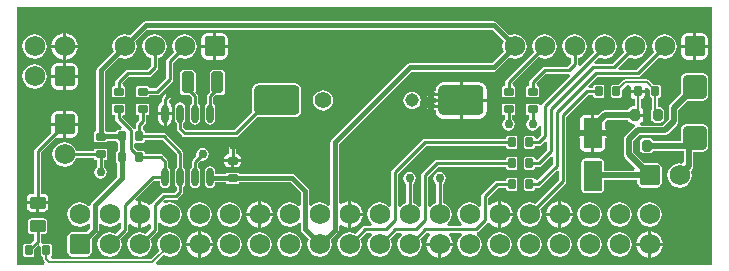
<source format=gtl>
G04 Layer_Physical_Order=1*
G04 Layer_Color=255*
%FSLAX25Y25*%
%MOIN*%
G70*
G01*
G75*
G04:AMPARAMS|DCode=10|XSize=25.59mil|YSize=33.47mil|CornerRadius=3.2mil|HoleSize=0mil|Usage=FLASHONLY|Rotation=180.000|XOffset=0mil|YOffset=0mil|HoleType=Round|Shape=RoundedRectangle|*
%AMROUNDEDRECTD10*
21,1,0.02559,0.02707,0,0,180.0*
21,1,0.01919,0.03347,0,0,180.0*
1,1,0.00640,-0.00960,0.01353*
1,1,0.00640,0.00960,0.01353*
1,1,0.00640,0.00960,-0.01353*
1,1,0.00640,-0.00960,-0.01353*
%
%ADD10ROUNDEDRECTD10*%
G04:AMPARAMS|DCode=11|XSize=39.37mil|YSize=51.18mil|CornerRadius=4.92mil|HoleSize=0mil|Usage=FLASHONLY|Rotation=270.000|XOffset=0mil|YOffset=0mil|HoleType=Round|Shape=RoundedRectangle|*
%AMROUNDEDRECTD11*
21,1,0.03937,0.04134,0,0,270.0*
21,1,0.02953,0.05118,0,0,270.0*
1,1,0.00984,-0.02067,-0.01476*
1,1,0.00984,-0.02067,0.01476*
1,1,0.00984,0.02067,0.01476*
1,1,0.00984,0.02067,-0.01476*
%
%ADD11ROUNDEDRECTD11*%
G04:AMPARAMS|DCode=12|XSize=25.59mil|YSize=33.47mil|CornerRadius=3.2mil|HoleSize=0mil|Usage=FLASHONLY|Rotation=270.000|XOffset=0mil|YOffset=0mil|HoleType=Round|Shape=RoundedRectangle|*
%AMROUNDEDRECTD12*
21,1,0.02559,0.02707,0,0,270.0*
21,1,0.01919,0.03347,0,0,270.0*
1,1,0.00640,-0.01353,-0.00960*
1,1,0.00640,-0.01353,0.00960*
1,1,0.00640,0.01353,0.00960*
1,1,0.00640,0.01353,-0.00960*
%
%ADD12ROUNDEDRECTD12*%
G04:AMPARAMS|DCode=13|XSize=39.37mil|YSize=70.87mil|CornerRadius=5.91mil|HoleSize=0mil|Usage=FLASHONLY|Rotation=180.000|XOffset=0mil|YOffset=0mil|HoleType=Round|Shape=RoundedRectangle|*
%AMROUNDEDRECTD13*
21,1,0.03937,0.05905,0,0,180.0*
21,1,0.02756,0.07087,0,0,180.0*
1,1,0.01181,-0.01378,0.02953*
1,1,0.01181,0.01378,0.02953*
1,1,0.01181,0.01378,-0.02953*
1,1,0.01181,-0.01378,-0.02953*
%
%ADD13ROUNDEDRECTD13*%
%ADD14O,0.02362X0.06102*%
G04:AMPARAMS|DCode=15|XSize=150mil|YSize=100mil|CornerRadius=15mil|HoleSize=0mil|Usage=FLASHONLY|Rotation=180.000|XOffset=0mil|YOffset=0mil|HoleType=Round|Shape=RoundedRectangle|*
%AMROUNDEDRECTD15*
21,1,0.15000,0.07000,0,0,180.0*
21,1,0.12000,0.10000,0,0,180.0*
1,1,0.03000,-0.06000,0.03500*
1,1,0.03000,0.06000,0.03500*
1,1,0.03000,0.06000,-0.03500*
1,1,0.03000,-0.06000,-0.03500*
%
%ADD15ROUNDEDRECTD15*%
G04:AMPARAMS|DCode=16|XSize=62.99mil|YSize=102.36mil|CornerRadius=7.87mil|HoleSize=0mil|Usage=FLASHONLY|Rotation=0.000|XOffset=0mil|YOffset=0mil|HoleType=Round|Shape=RoundedRectangle|*
%AMROUNDEDRECTD16*
21,1,0.06299,0.08661,0,0,0.0*
21,1,0.04724,0.10236,0,0,0.0*
1,1,0.01575,0.02362,-0.04331*
1,1,0.01575,-0.02362,-0.04331*
1,1,0.01575,-0.02362,0.04331*
1,1,0.01575,0.02362,0.04331*
%
%ADD16ROUNDEDRECTD16*%
G04:AMPARAMS|DCode=17|XSize=78.74mil|YSize=78.74mil|CornerRadius=11.81mil|HoleSize=0mil|Usage=FLASHONLY|Rotation=270.000|XOffset=0mil|YOffset=0mil|HoleType=Round|Shape=RoundedRectangle|*
%AMROUNDEDRECTD17*
21,1,0.07874,0.05512,0,0,270.0*
21,1,0.05512,0.07874,0,0,270.0*
1,1,0.02362,-0.02756,-0.02756*
1,1,0.02362,-0.02756,0.02756*
1,1,0.02362,0.02756,0.02756*
1,1,0.02362,0.02756,-0.02756*
%
%ADD17ROUNDEDRECTD17*%
G04:AMPARAMS|DCode=18|XSize=31.5mil|YSize=38.19mil|CornerRadius=7.87mil|HoleSize=0mil|Usage=FLASHONLY|Rotation=0.000|XOffset=0mil|YOffset=0mil|HoleType=Round|Shape=RoundedRectangle|*
%AMROUNDEDRECTD18*
21,1,0.03150,0.02244,0,0,0.0*
21,1,0.01575,0.03819,0,0,0.0*
1,1,0.01575,0.00787,-0.01122*
1,1,0.01575,-0.00787,-0.01122*
1,1,0.01575,-0.00787,0.01122*
1,1,0.01575,0.00787,0.01122*
%
%ADD18ROUNDEDRECTD18*%
%ADD19C,0.02000*%
%ADD20C,0.01000*%
%ADD21C,0.01500*%
%ADD22C,0.00800*%
%ADD23C,0.06800*%
G04:AMPARAMS|DCode=24|XSize=68mil|YSize=68mil|CornerRadius=10.2mil|HoleSize=0mil|Usage=FLASHONLY|Rotation=270.000|XOffset=0mil|YOffset=0mil|HoleType=Round|Shape=RoundedRectangle|*
%AMROUNDEDRECTD24*
21,1,0.06800,0.04760,0,0,270.0*
21,1,0.04760,0.06800,0,0,270.0*
1,1,0.02040,-0.02380,-0.02380*
1,1,0.02040,-0.02380,0.02380*
1,1,0.02040,0.02380,0.02380*
1,1,0.02040,0.02380,-0.02380*
%
%ADD24ROUNDEDRECTD24*%
G04:AMPARAMS|DCode=25|XSize=68mil|YSize=68mil|CornerRadius=10.2mil|HoleSize=0mil|Usage=FLASHONLY|Rotation=180.000|XOffset=0mil|YOffset=0mil|HoleType=Round|Shape=RoundedRectangle|*
%AMROUNDEDRECTD25*
21,1,0.06800,0.04760,0,0,180.0*
21,1,0.04760,0.06800,0,0,180.0*
1,1,0.02040,-0.02380,0.02380*
1,1,0.02040,0.02380,0.02380*
1,1,0.02040,0.02380,-0.02380*
1,1,0.02040,-0.02380,-0.02380*
%
%ADD25ROUNDEDRECTD25*%
%ADD26C,0.05500*%
%ADD27C,0.04500*%
%ADD28C,0.03000*%
%ADD29C,0.04000*%
G36*
X233932Y2289D02*
X48972D01*
X48641Y3088D01*
X51036Y5484D01*
X51956Y5103D01*
X53000Y4966D01*
X54044Y5103D01*
X55017Y5506D01*
X55853Y6147D01*
X56494Y6983D01*
X56897Y7956D01*
X57034Y9000D01*
X56897Y10044D01*
X56494Y11017D01*
X55853Y11853D01*
X55017Y12494D01*
X54044Y12897D01*
X53000Y13035D01*
X51956Y12897D01*
X50983Y12494D01*
X50147Y11853D01*
X49506Y11017D01*
X49103Y10044D01*
X48965Y9000D01*
X49103Y7956D01*
X49506Y6983D01*
X49569Y6901D01*
X46763Y4094D01*
X13993D01*
X13546Y4867D01*
X13576Y4984D01*
X13779Y5288D01*
X13850Y5647D01*
Y8353D01*
X13779Y8712D01*
X13576Y9016D01*
X13271Y9220D01*
X12912Y9291D01*
X10993D01*
X10736Y9240D01*
X10365Y9521D01*
X10096Y9822D01*
X10122Y9953D01*
Y12473D01*
X11067D01*
X11493Y12558D01*
X11854Y12799D01*
X12096Y13160D01*
X12180Y13587D01*
Y16539D01*
X12096Y16965D01*
X11854Y17327D01*
X11493Y17568D01*
X11067Y17653D01*
X6933D01*
X6507Y17568D01*
X6146Y17327D01*
X5904Y16965D01*
X5820Y16539D01*
Y13587D01*
X5904Y13160D01*
X6146Y12799D01*
X6507Y12558D01*
X6933Y12473D01*
X7878D01*
Y10417D01*
X6752Y9291D01*
X5088D01*
X4729Y9220D01*
X4424Y9016D01*
X4221Y8712D01*
X4150Y8353D01*
Y5647D01*
X4221Y5288D01*
X4424Y4983D01*
X4729Y4780D01*
X5088Y4709D01*
X7007D01*
X7366Y4780D01*
X7670Y4983D01*
X7873Y5288D01*
X7945Y5647D01*
Y7311D01*
X9302Y8669D01*
X9911Y8414D01*
X10055Y8291D01*
Y5647D01*
X10127Y5288D01*
X10330Y4983D01*
X10634Y4780D01*
X10933Y4721D01*
Y4047D01*
X11011Y3657D01*
X11232Y3326D01*
X11470Y3088D01*
X11138Y2289D01*
X2289D01*
Y88263D01*
X233932D01*
Y2289D01*
D02*
G37*
%LPC*%
G36*
X213000Y23034D02*
X211956Y22897D01*
X210983Y22494D01*
X210147Y21853D01*
X209506Y21017D01*
X209103Y20044D01*
X208965Y19000D01*
X209103Y17956D01*
X209506Y16983D01*
X210147Y16147D01*
X210983Y15506D01*
X211956Y15103D01*
X213000Y14965D01*
X214044Y15103D01*
X215017Y15506D01*
X215853Y16147D01*
X216494Y16983D01*
X216897Y17956D01*
X217035Y19000D01*
X216897Y20044D01*
X216494Y21017D01*
X215853Y21853D01*
X215017Y22494D01*
X214044Y22897D01*
X213000Y23034D01*
D02*
G37*
G36*
X82500Y23372D02*
X81851Y23287D01*
X80781Y22843D01*
X79862Y22138D01*
X79157Y21219D01*
X78713Y20149D01*
X78628Y19500D01*
X82500D01*
Y23372D01*
D02*
G37*
G36*
X113500D02*
Y19500D01*
X117372D01*
X117287Y20149D01*
X116843Y21219D01*
X116138Y22138D01*
X115219Y22843D01*
X114149Y23287D01*
X113500Y23372D01*
D02*
G37*
G36*
X83500D02*
Y19500D01*
X87372D01*
X87287Y20149D01*
X86843Y21219D01*
X86138Y22138D01*
X85219Y22843D01*
X84149Y23287D01*
X83500Y23372D01*
D02*
G37*
G36*
X203000Y23034D02*
X201956Y22897D01*
X200983Y22494D01*
X200147Y21853D01*
X199506Y21017D01*
X199103Y20044D01*
X198966Y19000D01*
X199103Y17956D01*
X199506Y16983D01*
X200147Y16147D01*
X200983Y15506D01*
X201956Y15103D01*
X203000Y14965D01*
X204044Y15103D01*
X205017Y15506D01*
X205853Y16147D01*
X206494Y16983D01*
X206897Y17956D01*
X207034Y19000D01*
X206897Y20044D01*
X206494Y21017D01*
X205853Y21853D01*
X205017Y22494D01*
X204044Y22897D01*
X203000Y23034D01*
D02*
G37*
G36*
X187372Y18500D02*
X183500D01*
Y14628D01*
X184149Y14713D01*
X185219Y15157D01*
X186138Y15862D01*
X186843Y16781D01*
X187287Y17851D01*
X187372Y18500D01*
D02*
G37*
G36*
X182500D02*
X178628D01*
X178713Y17851D01*
X179157Y16781D01*
X179862Y15862D01*
X180781Y15157D01*
X181851Y14713D01*
X182500Y14628D01*
Y18500D01*
D02*
G37*
G36*
X63000Y23034D02*
X61956Y22897D01*
X60983Y22494D01*
X60147Y21853D01*
X59506Y21017D01*
X59103Y20044D01*
X58965Y19000D01*
X59103Y17956D01*
X59506Y16983D01*
X60147Y16147D01*
X60983Y15506D01*
X61956Y15103D01*
X63000Y14965D01*
X64044Y15103D01*
X65017Y15506D01*
X65853Y16147D01*
X66494Y16983D01*
X66897Y17956D01*
X67035Y19000D01*
X66897Y20044D01*
X66494Y21017D01*
X65853Y21853D01*
X65017Y22494D01*
X64044Y22897D01*
X63000Y23034D01*
D02*
G37*
G36*
X193000D02*
X191956Y22897D01*
X190983Y22494D01*
X190147Y21853D01*
X189506Y21017D01*
X189103Y20044D01*
X188965Y19000D01*
X189103Y17956D01*
X189506Y16983D01*
X190147Y16147D01*
X190983Y15506D01*
X191956Y15103D01*
X193000Y14965D01*
X194044Y15103D01*
X195017Y15506D01*
X195853Y16147D01*
X196494Y16983D01*
X196897Y17956D01*
X197035Y19000D01*
X196897Y20044D01*
X196494Y21017D01*
X195853Y21853D01*
X195017Y22494D01*
X194044Y22897D01*
X193000Y23034D01*
D02*
G37*
G36*
X73000D02*
X71956Y22897D01*
X70983Y22494D01*
X70147Y21853D01*
X69506Y21017D01*
X69103Y20044D01*
X68966Y19000D01*
X69103Y17956D01*
X69506Y16983D01*
X70147Y16147D01*
X70983Y15506D01*
X71956Y15103D01*
X73000Y14965D01*
X74044Y15103D01*
X75017Y15506D01*
X75853Y16147D01*
X76494Y16983D01*
X76897Y17956D01*
X77034Y19000D01*
X76897Y20044D01*
X76494Y21017D01*
X75853Y21853D01*
X75017Y22494D01*
X74044Y22897D01*
X73000Y23034D01*
D02*
G37*
G36*
X163500Y23372D02*
Y19500D01*
X167372D01*
X167287Y20149D01*
X166843Y21219D01*
X166138Y22138D01*
X165219Y22843D01*
X164149Y23287D01*
X163500Y23372D01*
D02*
G37*
G36*
X76699Y36453D02*
X74500D01*
Y34647D01*
X75353D01*
X75868Y34750D01*
X76305Y35041D01*
X76597Y35478D01*
X76699Y35993D01*
Y36453D01*
D02*
G37*
G36*
X73500D02*
X71301D01*
Y35993D01*
X71403Y35478D01*
X71695Y35041D01*
X72132Y34750D01*
X72647Y34647D01*
X73500D01*
Y36453D01*
D02*
G37*
G36*
X64000Y41141D02*
X63181Y40978D01*
X62486Y40514D01*
X62022Y39819D01*
X61859Y39000D01*
X61951Y38537D01*
X60707Y37293D01*
X60464Y36929D01*
X60378Y36500D01*
X60378Y36500D01*
Y34633D01*
X60216Y34524D01*
X59822Y33935D01*
X59684Y33240D01*
Y29500D01*
X59822Y28805D01*
X60216Y28216D01*
X60805Y27822D01*
X61500Y27684D01*
X62195Y27822D01*
X62784Y28216D01*
X63178Y28805D01*
X63316Y29500D01*
Y33240D01*
X63178Y33935D01*
X62784Y34524D01*
X62622Y34633D01*
Y36035D01*
X63537Y36951D01*
X64000Y36859D01*
X64819Y37022D01*
X65514Y37486D01*
X65978Y38181D01*
X66141Y39000D01*
X65978Y39819D01*
X65514Y40514D01*
X64819Y40978D01*
X64000Y41141D01*
D02*
G37*
G36*
X193500Y52240D02*
X191638D01*
X190940Y52101D01*
X190349Y51706D01*
X189954Y51115D01*
X189815Y50417D01*
Y47631D01*
X188000D01*
X187376Y47507D01*
X186846Y47153D01*
X186493Y46624D01*
X186369Y46000D01*
X186493Y45376D01*
X186846Y44846D01*
X187376Y44493D01*
X188000Y44369D01*
X189815D01*
Y41756D01*
X189954Y41058D01*
X190349Y40467D01*
X190940Y40072D01*
X191638Y39933D01*
X193500D01*
Y46087D01*
Y52240D01*
D02*
G37*
G36*
X74000Y43122D02*
X73571Y43036D01*
X73207Y42793D01*
X72964Y42429D01*
X72878Y42000D01*
Y39258D01*
X72647D01*
X72132Y39156D01*
X71695Y38864D01*
X71403Y38427D01*
X71301Y37912D01*
Y37453D01*
X74000D01*
X76699D01*
Y37912D01*
X76597Y38427D01*
X76305Y38864D01*
X75868Y39156D01*
X75353Y39258D01*
X75122D01*
Y42000D01*
X75036Y42429D01*
X74793Y42793D01*
X74429Y43036D01*
X74000Y43122D01*
D02*
G37*
G36*
X183500Y23372D02*
Y19500D01*
X187372D01*
X187287Y20149D01*
X186843Y21219D01*
X186138Y22138D01*
X185219Y22843D01*
X184149Y23287D01*
X183500Y23372D01*
D02*
G37*
G36*
X182500D02*
X181851Y23287D01*
X180781Y22843D01*
X179862Y22138D01*
X179157Y21219D01*
X178713Y20149D01*
X178628Y19500D01*
X182500D01*
Y23372D01*
D02*
G37*
G36*
X8500Y22437D02*
X5412D01*
Y21461D01*
X5528Y20878D01*
X5857Y20385D01*
X6351Y20055D01*
X6933Y19939D01*
X8500D01*
Y22437D01*
D02*
G37*
G36*
X18000Y43034D02*
X16956Y42897D01*
X15983Y42494D01*
X15147Y41853D01*
X14506Y41017D01*
X14103Y40044D01*
X13965Y39000D01*
X14103Y37956D01*
X14506Y36983D01*
X15147Y36147D01*
X15983Y35506D01*
X16956Y35103D01*
X18000Y34966D01*
X19044Y35103D01*
X20017Y35506D01*
X20853Y36147D01*
X21494Y36983D01*
X21865Y37878D01*
X27750D01*
X27780Y37729D01*
X27983Y37424D01*
X28288Y37221D01*
X28647Y37150D01*
X28878D01*
Y34776D01*
X28486Y34514D01*
X28022Y33819D01*
X27859Y33000D01*
X28022Y32181D01*
X28486Y31486D01*
X29181Y31022D01*
X30000Y30859D01*
X30819Y31022D01*
X31514Y31486D01*
X31978Y32181D01*
X32141Y33000D01*
X31978Y33819D01*
X31514Y34514D01*
X31122Y34776D01*
Y37150D01*
X31353D01*
X31712Y37221D01*
X32017Y37424D01*
X32220Y37729D01*
X32291Y38088D01*
Y40007D01*
X32220Y40366D01*
X32017Y40670D01*
X31712Y40873D01*
X31353Y40945D01*
X28647D01*
X28288Y40873D01*
X27983Y40670D01*
X27780Y40366D01*
X27731Y40122D01*
X21865D01*
X21494Y41017D01*
X20853Y41853D01*
X20017Y42494D01*
X19044Y42897D01*
X18000Y43034D01*
D02*
G37*
G36*
X12588Y22437D02*
X9500D01*
Y19939D01*
X11067D01*
X11649Y20055D01*
X12143Y20385D01*
X12472Y20878D01*
X12588Y21461D01*
Y22437D01*
D02*
G37*
G36*
X167372Y18500D02*
X163500D01*
Y14628D01*
X164149Y14713D01*
X165219Y15157D01*
X166138Y15862D01*
X166843Y16781D01*
X167287Y17851D01*
X167372Y18500D01*
D02*
G37*
G36*
X73000Y13035D02*
X71956Y12897D01*
X70983Y12494D01*
X70147Y11853D01*
X69506Y11017D01*
X69103Y10044D01*
X68966Y9000D01*
X69103Y7956D01*
X69506Y6983D01*
X70147Y6147D01*
X70983Y5506D01*
X71956Y5103D01*
X73000Y4966D01*
X74044Y5103D01*
X75017Y5506D01*
X75853Y6147D01*
X76494Y6983D01*
X76897Y7956D01*
X77034Y9000D01*
X76897Y10044D01*
X76494Y11017D01*
X75853Y11853D01*
X75017Y12494D01*
X74044Y12897D01*
X73000Y13035D01*
D02*
G37*
G36*
X217372Y8500D02*
X213500D01*
Y4628D01*
X214149Y4713D01*
X215219Y5157D01*
X216138Y5862D01*
X216843Y6781D01*
X217287Y7851D01*
X217372Y8500D01*
D02*
G37*
G36*
X83000Y13035D02*
X81956Y12897D01*
X80983Y12494D01*
X80147Y11853D01*
X79506Y11017D01*
X79103Y10044D01*
X78966Y9000D01*
X79103Y7956D01*
X79506Y6983D01*
X80147Y6147D01*
X80983Y5506D01*
X81956Y5103D01*
X83000Y4966D01*
X84044Y5103D01*
X85017Y5506D01*
X85853Y6147D01*
X86494Y6983D01*
X86897Y7956D01*
X87034Y9000D01*
X86897Y10044D01*
X86494Y11017D01*
X85853Y11853D01*
X85017Y12494D01*
X84044Y12897D01*
X83000Y13035D01*
D02*
G37*
G36*
X163000D02*
X161956Y12897D01*
X160983Y12494D01*
X160147Y11853D01*
X159506Y11017D01*
X159103Y10044D01*
X158966Y9000D01*
X159103Y7956D01*
X159506Y6983D01*
X160147Y6147D01*
X160983Y5506D01*
X161956Y5103D01*
X163000Y4966D01*
X164044Y5103D01*
X165017Y5506D01*
X165853Y6147D01*
X166494Y6983D01*
X166897Y7956D01*
X167034Y9000D01*
X166897Y10044D01*
X166494Y11017D01*
X165853Y11853D01*
X165017Y12494D01*
X164044Y12897D01*
X163000Y13035D01*
D02*
G37*
G36*
X93000D02*
X91956Y12897D01*
X90983Y12494D01*
X90147Y11853D01*
X89506Y11017D01*
X89103Y10044D01*
X88965Y9000D01*
X89103Y7956D01*
X89506Y6983D01*
X90147Y6147D01*
X90983Y5506D01*
X91956Y5103D01*
X93000Y4966D01*
X94044Y5103D01*
X95017Y5506D01*
X95853Y6147D01*
X96494Y6983D01*
X96897Y7956D01*
X97035Y9000D01*
X96897Y10044D01*
X96494Y11017D01*
X95853Y11853D01*
X95017Y12494D01*
X94044Y12897D01*
X93000Y13035D01*
D02*
G37*
G36*
X67372Y8500D02*
X63500D01*
Y4628D01*
X64149Y4713D01*
X65219Y5157D01*
X66138Y5862D01*
X66843Y6781D01*
X67287Y7851D01*
X67372Y8500D01*
D02*
G37*
G36*
X62500D02*
X58628D01*
X58713Y7851D01*
X59157Y6781D01*
X59862Y5862D01*
X60781Y5157D01*
X61851Y4713D01*
X62500Y4628D01*
Y8500D01*
D02*
G37*
G36*
X142500D02*
X138628D01*
X138713Y7851D01*
X139157Y6781D01*
X139862Y5862D01*
X140781Y5157D01*
X141851Y4713D01*
X142500Y4628D01*
Y8500D01*
D02*
G37*
G36*
X212500D02*
X208628D01*
X208713Y7851D01*
X209157Y6781D01*
X209862Y5862D01*
X210781Y5157D01*
X211851Y4713D01*
X212500Y4628D01*
Y8500D01*
D02*
G37*
G36*
X147372D02*
X143500D01*
Y4628D01*
X144149Y4713D01*
X145219Y5157D01*
X146138Y5862D01*
X146843Y6781D01*
X147287Y7851D01*
X147372Y8500D01*
D02*
G37*
G36*
X173000Y13035D02*
X171956Y12897D01*
X170983Y12494D01*
X170147Y11853D01*
X169506Y11017D01*
X169103Y10044D01*
X168965Y9000D01*
X169103Y7956D01*
X169506Y6983D01*
X170147Y6147D01*
X170983Y5506D01*
X171956Y5103D01*
X173000Y4966D01*
X174044Y5103D01*
X175017Y5506D01*
X175853Y6147D01*
X176494Y6983D01*
X176897Y7956D01*
X177034Y9000D01*
X176897Y10044D01*
X176494Y11017D01*
X175853Y11853D01*
X175017Y12494D01*
X174044Y12897D01*
X173000Y13035D01*
D02*
G37*
G36*
X213500Y13372D02*
Y9500D01*
X217372D01*
X217287Y10149D01*
X216843Y11219D01*
X216138Y12138D01*
X215219Y12843D01*
X214149Y13287D01*
X213500Y13372D01*
D02*
G37*
G36*
X212500D02*
X211851Y13287D01*
X210781Y12843D01*
X209862Y12138D01*
X209157Y11219D01*
X208713Y10149D01*
X208628Y9500D01*
X212500D01*
Y13372D01*
D02*
G37*
G36*
X82500Y18500D02*
X78628D01*
X78713Y17851D01*
X79157Y16781D01*
X79862Y15862D01*
X80781Y15157D01*
X81851Y14713D01*
X82500Y14628D01*
Y18500D01*
D02*
G37*
G36*
X117372D02*
X113500D01*
Y14628D01*
X114149Y14713D01*
X115219Y15157D01*
X116138Y15862D01*
X116843Y16781D01*
X117287Y17851D01*
X117372Y18500D01*
D02*
G37*
G36*
X87372D02*
X83500D01*
Y14628D01*
X84149Y14713D01*
X85219Y15157D01*
X86138Y15862D01*
X86843Y16781D01*
X87287Y17851D01*
X87372Y18500D01*
D02*
G37*
G36*
X193000Y13035D02*
X191956Y12897D01*
X190983Y12494D01*
X190147Y11853D01*
X189506Y11017D01*
X189103Y10044D01*
X188965Y9000D01*
X189103Y7956D01*
X189506Y6983D01*
X190147Y6147D01*
X190983Y5506D01*
X191956Y5103D01*
X193000Y4966D01*
X194044Y5103D01*
X195017Y5506D01*
X195853Y6147D01*
X196494Y6983D01*
X196897Y7956D01*
X197035Y9000D01*
X196897Y10044D01*
X196494Y11017D01*
X195853Y11853D01*
X195017Y12494D01*
X194044Y12897D01*
X193000Y13035D01*
D02*
G37*
G36*
X183000D02*
X181956Y12897D01*
X180983Y12494D01*
X180147Y11853D01*
X179506Y11017D01*
X179103Y10044D01*
X178965Y9000D01*
X179103Y7956D01*
X179506Y6983D01*
X180147Y6147D01*
X180983Y5506D01*
X181956Y5103D01*
X183000Y4966D01*
X184044Y5103D01*
X185017Y5506D01*
X185853Y6147D01*
X186494Y6983D01*
X186897Y7956D01*
X187034Y9000D01*
X186897Y10044D01*
X186494Y11017D01*
X185853Y11853D01*
X185017Y12494D01*
X184044Y12897D01*
X183000Y13035D01*
D02*
G37*
G36*
X203000D02*
X201956Y12897D01*
X200983Y12494D01*
X200147Y11853D01*
X199506Y11017D01*
X199103Y10044D01*
X198966Y9000D01*
X199103Y7956D01*
X199506Y6983D01*
X200147Y6147D01*
X200983Y5506D01*
X201956Y5103D01*
X203000Y4966D01*
X204044Y5103D01*
X205017Y5506D01*
X205853Y6147D01*
X206494Y6983D01*
X206897Y7956D01*
X207034Y9000D01*
X206897Y10044D01*
X206494Y11017D01*
X205853Y11853D01*
X205017Y12494D01*
X204044Y12897D01*
X203000Y13035D01*
D02*
G37*
G36*
X63500Y13372D02*
Y9500D01*
X67372D01*
X67287Y10149D01*
X66843Y11219D01*
X66138Y12138D01*
X65219Y12843D01*
X64149Y13287D01*
X63500Y13372D01*
D02*
G37*
G36*
X62500D02*
X61851Y13287D01*
X60781Y12843D01*
X59862Y12138D01*
X59157Y11219D01*
X58713Y10149D01*
X58628Y9500D01*
X62500D01*
Y13372D01*
D02*
G37*
G36*
X227500Y74500D02*
X223560D01*
Y72620D01*
X223717Y71832D01*
X224164Y71164D01*
X224832Y70717D01*
X225620Y70560D01*
X227500D01*
Y74500D01*
D02*
G37*
G36*
X72440D02*
X68500D01*
Y70560D01*
X70380D01*
X71168Y70717D01*
X71836Y71164D01*
X72283Y71832D01*
X72440Y72620D01*
Y74500D01*
D02*
G37*
G36*
X232440D02*
X228500D01*
Y70560D01*
X230380D01*
X231168Y70717D01*
X231836Y71164D01*
X232283Y71832D01*
X232440Y72620D01*
Y74500D01*
D02*
G37*
G36*
X22372D02*
X18500D01*
Y70628D01*
X19149Y70713D01*
X20219Y71157D01*
X21138Y71862D01*
X21843Y72781D01*
X22287Y73851D01*
X22372Y74500D01*
D02*
G37*
G36*
X17500D02*
X13628D01*
X13713Y73851D01*
X14157Y72781D01*
X14862Y71862D01*
X15781Y71157D01*
X16851Y70713D01*
X17500Y70628D01*
Y74500D01*
D02*
G37*
G36*
X67500D02*
X63560D01*
Y72620D01*
X63717Y71832D01*
X64164Y71164D01*
X64832Y70717D01*
X65620Y70560D01*
X67500D01*
Y74500D01*
D02*
G37*
G36*
X8000Y69034D02*
X6956Y68897D01*
X5983Y68494D01*
X5147Y67853D01*
X4506Y67017D01*
X4103Y66044D01*
X3965Y65000D01*
X4103Y63956D01*
X4506Y62983D01*
X5147Y62147D01*
X5983Y61506D01*
X6956Y61103D01*
X8000Y60966D01*
X9044Y61103D01*
X10017Y61506D01*
X10853Y62147D01*
X11494Y62983D01*
X11897Y63956D01*
X12034Y65000D01*
X11897Y66044D01*
X11494Y67017D01*
X10853Y67853D01*
X10017Y68494D01*
X9044Y68897D01*
X8000Y69034D01*
D02*
G37*
G36*
X22440Y64500D02*
X18500D01*
Y60560D01*
X20380D01*
X21168Y60717D01*
X21836Y61164D01*
X22283Y61832D01*
X22440Y62620D01*
Y64500D01*
D02*
G37*
G36*
X17500Y69440D02*
X15620D01*
X14832Y69283D01*
X14164Y68836D01*
X13717Y68168D01*
X13560Y67380D01*
Y65500D01*
X17500D01*
Y69440D01*
D02*
G37*
G36*
X48000Y79035D02*
X46956Y78897D01*
X45983Y78494D01*
X45147Y77853D01*
X44506Y77017D01*
X44103Y76044D01*
X43966Y75000D01*
X44103Y73956D01*
X44506Y72983D01*
X45147Y72147D01*
X45983Y71506D01*
X46878Y71135D01*
Y68465D01*
X45535Y67122D01*
X39000D01*
X39000Y67122D01*
X38571Y67036D01*
X38207Y66793D01*
X35207Y63793D01*
X34964Y63429D01*
X34878Y63000D01*
X34878Y63000D01*
Y61850D01*
X34647D01*
X34288Y61779D01*
X33983Y61576D01*
X33780Y61271D01*
X33709Y60912D01*
Y58993D01*
X33780Y58634D01*
X33983Y58330D01*
X34288Y58127D01*
X34647Y58055D01*
X37353D01*
X37712Y58127D01*
X38017Y58330D01*
X38220Y58634D01*
X38291Y58993D01*
Y60912D01*
X38220Y61271D01*
X38017Y61576D01*
X37712Y61779D01*
X37384Y61844D01*
X37330Y62010D01*
X37236Y62650D01*
X39465Y64878D01*
X46000D01*
X46000Y64878D01*
X46429Y64964D01*
X46793Y65207D01*
X48793Y67207D01*
X48793Y67207D01*
X49036Y67571D01*
X49122Y68000D01*
X49122Y68000D01*
Y71135D01*
X50017Y71506D01*
X50853Y72147D01*
X51494Y72983D01*
X51897Y73956D01*
X52034Y75000D01*
X51897Y76044D01*
X51494Y77017D01*
X50853Y77853D01*
X50017Y78494D01*
X49044Y78897D01*
X48000Y79035D01*
D02*
G37*
G36*
X20380Y69440D02*
X18500D01*
Y65500D01*
X22440D01*
Y67380D01*
X22283Y68168D01*
X21836Y68836D01*
X21168Y69283D01*
X20380Y69440D01*
D02*
G37*
G36*
X17500Y79372D02*
X16851Y79287D01*
X15781Y78843D01*
X14862Y78138D01*
X14157Y77219D01*
X13713Y76149D01*
X13628Y75500D01*
X17500D01*
Y79372D01*
D02*
G37*
G36*
X67500Y79440D02*
X65620D01*
X64832Y79283D01*
X64164Y78836D01*
X63717Y78168D01*
X63560Y77380D01*
Y75500D01*
X67500D01*
Y79440D01*
D02*
G37*
G36*
X230380D02*
X228500D01*
Y75500D01*
X232440D01*
Y77380D01*
X232283Y78168D01*
X231836Y78836D01*
X231168Y79283D01*
X230380Y79440D01*
D02*
G37*
G36*
X18500Y79372D02*
Y75500D01*
X22372D01*
X22287Y76149D01*
X21843Y77219D01*
X21138Y78138D01*
X20219Y78843D01*
X19149Y79287D01*
X18500Y79372D01*
D02*
G37*
G36*
X70380Y79440D02*
X68500D01*
Y75500D01*
X72440D01*
Y77380D01*
X72283Y78168D01*
X71836Y78836D01*
X71168Y79283D01*
X70380Y79440D01*
D02*
G37*
G36*
X227500D02*
X225620D01*
X224832Y79283D01*
X224164Y78836D01*
X223717Y78168D01*
X223560Y77380D01*
Y75500D01*
X227500D01*
Y79440D01*
D02*
G37*
G36*
X58000Y79035D02*
X56956Y78897D01*
X55983Y78494D01*
X55147Y77853D01*
X54506Y77017D01*
X54103Y76044D01*
X53966Y75000D01*
X54103Y73956D01*
X54474Y73060D01*
X52207Y70793D01*
X51964Y70429D01*
X51878Y70000D01*
X51878Y70000D01*
Y64465D01*
X48488Y61074D01*
X46259D01*
X46220Y61271D01*
X46017Y61576D01*
X45712Y61779D01*
X45353Y61850D01*
X42647D01*
X42288Y61779D01*
X41983Y61576D01*
X41780Y61271D01*
X41709Y60912D01*
Y58993D01*
X41780Y58634D01*
X41983Y58330D01*
X42288Y58127D01*
X42647Y58055D01*
X45353D01*
X45712Y58127D01*
X46017Y58330D01*
X46220Y58634D01*
X46259Y58831D01*
X48953D01*
X48953Y58831D01*
X49382Y58917D01*
X49746Y59160D01*
X53793Y63207D01*
X53793Y63207D01*
X54036Y63571D01*
X54122Y64000D01*
X54122Y64000D01*
Y69535D01*
X56060Y71474D01*
X56956Y71103D01*
X58000Y70965D01*
X59044Y71103D01*
X60017Y71506D01*
X60853Y72147D01*
X61494Y72983D01*
X61897Y73956D01*
X62034Y75000D01*
X61897Y76044D01*
X61494Y77017D01*
X60853Y77853D01*
X60017Y78494D01*
X59044Y78897D01*
X58000Y79035D01*
D02*
G37*
G36*
X8000D02*
X6956Y78897D01*
X5983Y78494D01*
X5147Y77853D01*
X4506Y77017D01*
X4103Y76044D01*
X3965Y75000D01*
X4103Y73956D01*
X4506Y72983D01*
X5147Y72147D01*
X5983Y71506D01*
X6956Y71103D01*
X8000Y70965D01*
X9044Y71103D01*
X10017Y71506D01*
X10853Y72147D01*
X11494Y72983D01*
X11897Y73956D01*
X12034Y75000D01*
X11897Y76044D01*
X11494Y77017D01*
X10853Y77853D01*
X10017Y78494D01*
X9044Y78897D01*
X8000Y79035D01*
D02*
G37*
G36*
X161000Y83376D02*
X45000D01*
X44473Y83272D01*
X44027Y82973D01*
X44027Y82973D01*
X39685Y78632D01*
X39044Y78897D01*
X38000Y79035D01*
X36956Y78897D01*
X35983Y78494D01*
X35147Y77853D01*
X34506Y77017D01*
X34103Y76044D01*
X33966Y75000D01*
X34103Y73956D01*
X34368Y73315D01*
X29027Y67973D01*
X28728Y67527D01*
X28624Y67000D01*
Y46846D01*
X28288Y46779D01*
X27983Y46576D01*
X27780Y46271D01*
X27709Y45912D01*
Y43993D01*
X27780Y43634D01*
X27983Y43330D01*
X28288Y43127D01*
X28647Y43055D01*
X31353D01*
X31712Y43127D01*
X32017Y43330D01*
X32213Y43624D01*
X35154D01*
X35221Y43288D01*
X35424Y42983D01*
X35671Y42819D01*
Y40181D01*
X35424Y40017D01*
X35221Y39712D01*
X35150Y39353D01*
Y36647D01*
X35221Y36288D01*
X35424Y35983D01*
X35624Y35850D01*
Y31570D01*
X27027Y22973D01*
X26728Y22527D01*
X26649Y22129D01*
X26266Y21942D01*
X25824Y21875D01*
X25017Y22494D01*
X24044Y22897D01*
X23000Y23034D01*
X21956Y22897D01*
X20983Y22494D01*
X20147Y21853D01*
X19506Y21017D01*
X19103Y20044D01*
X18966Y19000D01*
X19103Y17956D01*
X19506Y16983D01*
X20147Y16147D01*
X20983Y15506D01*
X21956Y15103D01*
X23000Y14965D01*
X24044Y15103D01*
X25017Y15506D01*
X25824Y16125D01*
X25960Y16104D01*
X26624Y15837D01*
Y14460D01*
X25195Y13032D01*
X20620D01*
X19988Y12906D01*
X19452Y12548D01*
X19094Y12012D01*
X18968Y11380D01*
Y6620D01*
X19094Y5988D01*
X19452Y5452D01*
X19988Y5094D01*
X20620Y4968D01*
X25380D01*
X26012Y5094D01*
X26548Y5452D01*
X26906Y5988D01*
X27032Y6620D01*
Y10975D01*
X28973Y12916D01*
X28973Y12916D01*
X29272Y13363D01*
X29376Y13890D01*
Y15837D01*
X30040Y16104D01*
X30176Y16125D01*
X30983Y15506D01*
X31956Y15103D01*
X33000Y14965D01*
X34044Y15103D01*
X35017Y15506D01*
X35853Y16147D01*
X36078Y16441D01*
X36878Y16170D01*
Y14354D01*
X35018Y12494D01*
X35017Y12494D01*
X34044Y12897D01*
X33000Y13035D01*
X31956Y12897D01*
X30983Y12494D01*
X30147Y11853D01*
X29506Y11017D01*
X29103Y10044D01*
X28965Y9000D01*
X29103Y7956D01*
X29506Y6983D01*
X30147Y6147D01*
X30983Y5506D01*
X31956Y5103D01*
X33000Y4966D01*
X34044Y5103D01*
X35017Y5506D01*
X35853Y6147D01*
X36494Y6983D01*
X36897Y7956D01*
X37034Y9000D01*
X36897Y10044D01*
X36558Y10862D01*
X38793Y13097D01*
X38793Y13097D01*
X39036Y13461D01*
X39122Y13890D01*
Y15513D01*
X39661Y15767D01*
X39922Y15816D01*
X40781Y15157D01*
X41851Y14713D01*
X42500Y14628D01*
Y19000D01*
Y23372D01*
X42027Y23310D01*
X41692Y23778D01*
X41612Y24026D01*
X47835Y30248D01*
X49684D01*
Y29500D01*
X49822Y28805D01*
X50216Y28216D01*
X50805Y27822D01*
X51500Y27684D01*
X52195Y27822D01*
X52784Y28216D01*
X53178Y28805D01*
X53316Y29500D01*
Y33240D01*
X53178Y33935D01*
X52784Y34524D01*
X52622Y34633D01*
Y36500D01*
X52622Y36500D01*
X52536Y36929D01*
X52293Y37293D01*
X50793Y38793D01*
X50429Y39036D01*
X50000Y39122D01*
X50000Y39122D01*
X44850D01*
Y39353D01*
X44779Y39712D01*
X44576Y40017D01*
X44271Y40220D01*
X43912Y40291D01*
X42248D01*
X41122Y41417D01*
Y42160D01*
X41244Y42309D01*
X41922Y42723D01*
X41993Y42709D01*
X43912D01*
X44271Y42780D01*
X44576Y42983D01*
X44779Y43288D01*
X44850Y43647D01*
Y43878D01*
X50535D01*
X55378Y39035D01*
Y34633D01*
X55216Y34524D01*
X54822Y33935D01*
X54684Y33240D01*
Y29500D01*
X54822Y28805D01*
X55216Y28216D01*
X55378Y28107D01*
Y26965D01*
X54535Y26122D01*
X51000D01*
X51000Y26122D01*
X50571Y26036D01*
X50207Y25793D01*
X47207Y22793D01*
X46964Y22429D01*
X46955Y22387D01*
X46308Y22190D01*
X46097Y22170D01*
X45219Y22843D01*
X44149Y23287D01*
X43500Y23372D01*
Y19000D01*
Y14628D01*
X44149Y14713D01*
X45219Y15157D01*
X46078Y15816D01*
X46339Y15767D01*
X46878Y15513D01*
Y14354D01*
X45018Y12494D01*
X45017Y12494D01*
X44044Y12897D01*
X43000Y13035D01*
X41956Y12897D01*
X40983Y12494D01*
X40147Y11853D01*
X39506Y11017D01*
X39103Y10044D01*
X38965Y9000D01*
X39103Y7956D01*
X39506Y6983D01*
X40147Y6147D01*
X40983Y5506D01*
X41956Y5103D01*
X43000Y4966D01*
X44044Y5103D01*
X45017Y5506D01*
X45853Y6147D01*
X46494Y6983D01*
X46897Y7956D01*
X47034Y9000D01*
X46897Y10044D01*
X46558Y10862D01*
X48793Y13097D01*
X48793Y13097D01*
X49036Y13461D01*
X49122Y13890D01*
Y16170D01*
X49922Y16441D01*
X50147Y16147D01*
X50983Y15506D01*
X51956Y15103D01*
X53000Y14965D01*
X54044Y15103D01*
X55017Y15506D01*
X55853Y16147D01*
X56494Y16983D01*
X56897Y17956D01*
X57034Y19000D01*
X56897Y20044D01*
X56494Y21017D01*
X55853Y21853D01*
X55017Y22494D01*
X54044Y22897D01*
X53000Y23034D01*
X51956Y22897D01*
X51373Y22656D01*
X50920Y23334D01*
X51465Y23878D01*
X55000D01*
X55000Y23878D01*
X55429Y23964D01*
X55793Y24207D01*
X57293Y25707D01*
X57536Y26071D01*
X57622Y26500D01*
X57622Y26500D01*
Y28107D01*
X57784Y28216D01*
X58178Y28805D01*
X58316Y29500D01*
Y33240D01*
X58178Y33935D01*
X57784Y34524D01*
X57622Y34633D01*
Y39500D01*
X57536Y39929D01*
X57293Y40293D01*
X57293Y40293D01*
X51793Y45793D01*
X51429Y46036D01*
X51000Y46122D01*
X51000Y46122D01*
X44850D01*
Y46353D01*
X44779Y46712D01*
X44576Y47017D01*
X44271Y47220D01*
X44074Y47259D01*
Y48488D01*
X44793Y49207D01*
X44793Y49207D01*
X45036Y49571D01*
X45122Y50000D01*
X45122Y50000D01*
Y52150D01*
X45353D01*
X45712Y52221D01*
X46017Y52424D01*
X46220Y52729D01*
X46291Y53088D01*
Y55007D01*
X46220Y55366D01*
X46017Y55670D01*
X45712Y55873D01*
X45353Y55945D01*
X42647D01*
X42288Y55873D01*
X41983Y55670D01*
X41780Y55366D01*
X41709Y55007D01*
Y53088D01*
X41780Y52729D01*
X41983Y52424D01*
X42288Y52221D01*
X42647Y52150D01*
X42878D01*
Y50465D01*
X42160Y49746D01*
X41917Y49382D01*
X41831Y48953D01*
X41831Y48953D01*
Y47533D01*
X41041Y47430D01*
X40907Y47623D01*
X40793Y47793D01*
X40793Y47793D01*
X37236Y51350D01*
X37330Y51990D01*
X37384Y52156D01*
X37712Y52221D01*
X38017Y52424D01*
X38220Y52729D01*
X38291Y53088D01*
Y55007D01*
X38220Y55366D01*
X38017Y55670D01*
X37712Y55873D01*
X37353Y55945D01*
X34647D01*
X34288Y55873D01*
X33983Y55670D01*
X33780Y55366D01*
X33709Y55007D01*
Y53088D01*
X33780Y52729D01*
X33983Y52424D01*
X34288Y52221D01*
X34647Y52150D01*
X34878D01*
Y51000D01*
X34878Y51000D01*
X34964Y50571D01*
X35207Y50207D01*
X37323Y48091D01*
X36991Y47291D01*
X36088D01*
X35729Y47220D01*
X35424Y47017D01*
X35221Y46712D01*
X35154Y46376D01*
X32150D01*
X32017Y46576D01*
X31712Y46779D01*
X31376Y46846D01*
Y66430D01*
X36315Y71368D01*
X36956Y71103D01*
X38000Y70965D01*
X39044Y71103D01*
X40017Y71506D01*
X40853Y72147D01*
X41494Y72983D01*
X41897Y73956D01*
X42035Y75000D01*
X41897Y76044D01*
X41632Y76685D01*
X45570Y80624D01*
X160430D01*
X164368Y76685D01*
X164103Y76044D01*
X163965Y75000D01*
X164103Y73956D01*
X164368Y73315D01*
X160430Y69376D01*
X133000D01*
X132473Y69272D01*
X132027Y68973D01*
X107027Y43973D01*
X106728Y43527D01*
X106624Y43000D01*
Y22163D01*
X105960Y21896D01*
X105824Y21875D01*
X105017Y22494D01*
X104044Y22897D01*
X103000Y23034D01*
X101956Y22897D01*
X100983Y22494D01*
X100287Y21960D01*
X99783Y22103D01*
X99487Y22306D01*
Y26890D01*
X99487Y26890D01*
X99382Y27417D01*
X99084Y27863D01*
X94926Y32021D01*
X94480Y32319D01*
X93953Y32424D01*
X76181D01*
X76016Y32670D01*
X75712Y32873D01*
X75353Y32945D01*
X72647D01*
X72288Y32873D01*
X71983Y32670D01*
X71819Y32424D01*
X68316D01*
Y33240D01*
X68178Y33935D01*
X67784Y34524D01*
X67195Y34918D01*
X66500Y35056D01*
X65805Y34918D01*
X65216Y34524D01*
X64822Y33935D01*
X64684Y33240D01*
Y29500D01*
X64822Y28805D01*
X65216Y28216D01*
X65805Y27822D01*
X66500Y27684D01*
X67195Y27822D01*
X67784Y28216D01*
X68178Y28805D01*
X68316Y29500D01*
Y29671D01*
X71819D01*
X71983Y29424D01*
X72288Y29221D01*
X72647Y29150D01*
X75353D01*
X75712Y29221D01*
X76016Y29424D01*
X76181Y29671D01*
X93383D01*
X96734Y26320D01*
Y22019D01*
X95934Y21747D01*
X95853Y21853D01*
X95017Y22494D01*
X94044Y22897D01*
X93000Y23034D01*
X91956Y22897D01*
X90983Y22494D01*
X90147Y21853D01*
X89506Y21017D01*
X89103Y20044D01*
X88965Y19000D01*
X89103Y17956D01*
X89506Y16983D01*
X90147Y16147D01*
X90983Y15506D01*
X91956Y15103D01*
X93000Y14965D01*
X94044Y15103D01*
X95017Y15506D01*
X95853Y16147D01*
X95934Y16253D01*
X96734Y15981D01*
Y14000D01*
X96838Y13473D01*
X97137Y13027D01*
X99401Y10763D01*
X99103Y10044D01*
X98966Y9000D01*
X99103Y7956D01*
X99506Y6983D01*
X100147Y6147D01*
X100983Y5506D01*
X101956Y5103D01*
X103000Y4966D01*
X104044Y5103D01*
X105017Y5506D01*
X105853Y6147D01*
X106494Y6983D01*
X106897Y7956D01*
X107035Y9000D01*
X106897Y10044D01*
X106664Y10607D01*
X108973Y12916D01*
X109272Y13363D01*
X109376Y13890D01*
Y15226D01*
X110176Y15620D01*
X110781Y15157D01*
X111851Y14713D01*
X112500Y14628D01*
Y19000D01*
Y23372D01*
X111851Y23287D01*
X110781Y22843D01*
X110176Y22379D01*
X109376Y22774D01*
Y42430D01*
X133570Y66624D01*
X161000D01*
X161527Y66728D01*
X161973Y67027D01*
X166315Y71368D01*
X166956Y71103D01*
X168000Y70965D01*
X169044Y71103D01*
X170017Y71506D01*
X170853Y72147D01*
X171494Y72983D01*
X171897Y73956D01*
X172035Y75000D01*
X171897Y76044D01*
X171494Y77017D01*
X170853Y77853D01*
X170017Y78494D01*
X169044Y78897D01*
X168000Y79035D01*
X166956Y78897D01*
X166315Y78632D01*
X161973Y82973D01*
X161527Y83272D01*
X161000Y83376D01*
D02*
G37*
G36*
X218000Y79035D02*
X216956Y78897D01*
X215983Y78494D01*
X215147Y77853D01*
X214506Y77017D01*
X214103Y76044D01*
X213966Y75000D01*
X214103Y73956D01*
X214474Y73060D01*
X208535Y67122D01*
X202839D01*
X202508Y67922D01*
X206060Y71474D01*
X206956Y71103D01*
X208000Y70965D01*
X209044Y71103D01*
X210017Y71506D01*
X210853Y72147D01*
X211494Y72983D01*
X211897Y73956D01*
X212035Y75000D01*
X211897Y76044D01*
X211494Y77017D01*
X210853Y77853D01*
X210017Y78494D01*
X209044Y78897D01*
X208000Y79035D01*
X206956Y78897D01*
X205983Y78494D01*
X205147Y77853D01*
X204506Y77017D01*
X204103Y76044D01*
X203965Y75000D01*
X204103Y73956D01*
X204474Y73060D01*
X200535Y69122D01*
X194839D01*
X194508Y69922D01*
X196060Y71474D01*
X196956Y71103D01*
X198000Y70965D01*
X199044Y71103D01*
X200017Y71506D01*
X200853Y72147D01*
X201494Y72983D01*
X201897Y73956D01*
X202034Y75000D01*
X201897Y76044D01*
X201494Y77017D01*
X200853Y77853D01*
X200017Y78494D01*
X199044Y78897D01*
X198000Y79035D01*
X196956Y78897D01*
X195983Y78494D01*
X195147Y77853D01*
X194506Y77017D01*
X194103Y76044D01*
X193965Y75000D01*
X194103Y73956D01*
X194474Y73060D01*
X189805Y68391D01*
X189082Y68799D01*
X189122Y69000D01*
X189122Y69000D01*
Y71135D01*
X190017Y71506D01*
X190853Y72147D01*
X191494Y72983D01*
X191897Y73956D01*
X192034Y75000D01*
X191897Y76044D01*
X191494Y77017D01*
X190853Y77853D01*
X190017Y78494D01*
X189044Y78897D01*
X188000Y79035D01*
X186956Y78897D01*
X185983Y78494D01*
X185147Y77853D01*
X184506Y77017D01*
X184103Y76044D01*
X183966Y75000D01*
X184103Y73956D01*
X184506Y72983D01*
X185147Y72147D01*
X185983Y71506D01*
X186878Y71135D01*
Y69465D01*
X185535Y68122D01*
X178000D01*
X177571Y68036D01*
X177207Y67793D01*
X177207Y67793D01*
X173207Y63793D01*
X172964Y63429D01*
X172878Y63000D01*
X172878Y63000D01*
Y61850D01*
X172647D01*
X172288Y61779D01*
X171983Y61576D01*
X171780Y61271D01*
X171709Y60912D01*
Y58993D01*
X171780Y58634D01*
X171983Y58330D01*
X172288Y58127D01*
X172647Y58055D01*
X175353D01*
X175712Y58127D01*
X176017Y58330D01*
X176220Y58634D01*
X176291Y58993D01*
Y60912D01*
X176220Y61271D01*
X176017Y61576D01*
X175712Y61779D01*
X175384Y61844D01*
X175330Y62010D01*
X175236Y62650D01*
X178465Y65878D01*
X186000D01*
X186000Y65878D01*
X186201Y65918D01*
X186609Y65195D01*
X177207Y55793D01*
X177009Y55497D01*
X176651Y55438D01*
X176155Y55463D01*
X176017Y55670D01*
X175712Y55873D01*
X175353Y55945D01*
X172647D01*
X172288Y55873D01*
X171983Y55670D01*
X171780Y55366D01*
X171709Y55007D01*
Y53088D01*
X171780Y52729D01*
X171983Y52424D01*
X172288Y52221D01*
X172647Y52150D01*
X172878D01*
Y50776D01*
X172486Y50514D01*
X172022Y49819D01*
X171859Y49000D01*
X172022Y48181D01*
X172486Y47486D01*
X173181Y47022D01*
X174000Y46859D01*
X174819Y47022D01*
X175514Y47486D01*
X175978Y48181D01*
X176052Y48551D01*
X176078Y48685D01*
X176877Y48606D01*
X176878Y48590D01*
Y45465D01*
X175650Y44236D01*
X175010Y44330D01*
X174844Y44384D01*
X174779Y44712D01*
X174576Y45017D01*
X174271Y45220D01*
X173912Y45291D01*
X171993D01*
X171634Y45220D01*
X171330Y45017D01*
X171127Y44712D01*
X171055Y44353D01*
Y41647D01*
X171127Y41288D01*
X171330Y40983D01*
X171634Y40780D01*
X171993Y40709D01*
X173912D01*
X174271Y40780D01*
X174576Y40983D01*
X174779Y41288D01*
X174850Y41647D01*
Y41878D01*
X176000D01*
X176000Y41878D01*
X176429Y41964D01*
X176793Y42207D01*
X178078Y43492D01*
X178878Y43161D01*
Y40465D01*
X175650Y37236D01*
X175010Y37330D01*
X174844Y37384D01*
X174779Y37712D01*
X174576Y38017D01*
X174271Y38220D01*
X173912Y38291D01*
X171993D01*
X171634Y38220D01*
X171330Y38017D01*
X171127Y37712D01*
X171055Y37353D01*
Y34647D01*
X171127Y34288D01*
X171330Y33983D01*
X171634Y33780D01*
X171993Y33709D01*
X173912D01*
X174271Y33780D01*
X174576Y33983D01*
X174779Y34288D01*
X174850Y34647D01*
Y34878D01*
X176000D01*
X176000Y34878D01*
X176429Y34964D01*
X176793Y35207D01*
X180078Y38492D01*
X180878Y38161D01*
Y35707D01*
X175624Y30452D01*
X174779Y30712D01*
X174576Y31017D01*
X174271Y31220D01*
X173912Y31291D01*
X171993D01*
X171634Y31220D01*
X171330Y31017D01*
X171127Y30712D01*
X171055Y30353D01*
Y27647D01*
X171127Y27288D01*
X171330Y26983D01*
X171634Y26780D01*
X171993Y26709D01*
X173912D01*
X174271Y26780D01*
X174576Y26983D01*
X174779Y27288D01*
X174850Y27647D01*
Y27878D01*
X175757D01*
X175757Y27878D01*
X176187Y27964D01*
X176550Y28207D01*
X182078Y33735D01*
X182878Y33404D01*
Y30465D01*
X174940Y22526D01*
X174044Y22897D01*
X173000Y23034D01*
X171956Y22897D01*
X170983Y22494D01*
X170147Y21853D01*
X169506Y21017D01*
X169103Y20044D01*
X168965Y19000D01*
X169103Y17956D01*
X169506Y16983D01*
X170147Y16147D01*
X170983Y15506D01*
X171956Y15103D01*
X173000Y14965D01*
X174044Y15103D01*
X175017Y15506D01*
X175853Y16147D01*
X176494Y16983D01*
X176897Y17956D01*
X177034Y19000D01*
X176897Y20044D01*
X176526Y20940D01*
X184793Y29207D01*
X185036Y29571D01*
X185122Y30000D01*
X185122Y30000D01*
Y51535D01*
X192465Y58878D01*
X194150D01*
Y58647D01*
X194221Y58288D01*
X194424Y57983D01*
X194729Y57780D01*
X195088Y57709D01*
X197007D01*
X197366Y57780D01*
X197670Y57983D01*
X197873Y58288D01*
X197945Y58647D01*
Y61353D01*
X197873Y61712D01*
X197670Y62016D01*
X197366Y62220D01*
X197007Y62291D01*
X195088D01*
X194729Y62220D01*
X194424Y62016D01*
X194221Y61712D01*
X194150Y61353D01*
Y61122D01*
X192839D01*
X192508Y61922D01*
X195465Y64878D01*
X209000D01*
X209000Y64878D01*
X209429Y64964D01*
X209793Y65207D01*
X216060Y71474D01*
X216956Y71103D01*
X218000Y70965D01*
X219044Y71103D01*
X220017Y71506D01*
X220853Y72147D01*
X221494Y72983D01*
X221897Y73956D01*
X222035Y75000D01*
X221897Y76044D01*
X221494Y77017D01*
X220853Y77853D01*
X220017Y78494D01*
X219044Y78897D01*
X218000Y79035D01*
D02*
G37*
G36*
X178000D02*
X176956Y78897D01*
X175983Y78494D01*
X175147Y77853D01*
X174506Y77017D01*
X174103Y76044D01*
X173966Y75000D01*
X174103Y73956D01*
X174474Y73060D01*
X165207Y63793D01*
X164964Y63429D01*
X164878Y63000D01*
X164878Y63000D01*
Y61850D01*
X164647D01*
X164288Y61779D01*
X163983Y61576D01*
X163780Y61271D01*
X163709Y60912D01*
Y58993D01*
X163780Y58634D01*
X163983Y58330D01*
X164288Y58127D01*
X164647Y58055D01*
X167353D01*
X167712Y58127D01*
X168017Y58330D01*
X168220Y58634D01*
X168291Y58993D01*
Y60912D01*
X168220Y61271D01*
X168017Y61576D01*
X167712Y61779D01*
X167384Y61844D01*
X167330Y62010D01*
X167236Y62650D01*
X176060Y71474D01*
X176956Y71103D01*
X178000Y70965D01*
X179044Y71103D01*
X180017Y71506D01*
X180853Y72147D01*
X181494Y72983D01*
X181897Y73956D01*
X182035Y75000D01*
X181897Y76044D01*
X181494Y77017D01*
X180853Y77853D01*
X180017Y78494D01*
X179044Y78897D01*
X178000Y79035D01*
D02*
G37*
G36*
X51000Y52130D02*
X49276D01*
Y50760D01*
X49445Y49909D01*
X49927Y49187D01*
X50649Y48705D01*
X51000Y48636D01*
Y52130D01*
D02*
G37*
G36*
X230756Y66072D02*
X225244D01*
X224549Y65934D01*
X223960Y65540D01*
X223566Y64951D01*
X223428Y64256D01*
Y59235D01*
X219847Y55654D01*
X219493Y55124D01*
X219369Y54500D01*
Y50676D01*
X217324Y48631D01*
X210109D01*
X209923Y49431D01*
X210336Y49707D01*
X210731Y50299D01*
X210870Y50996D01*
Y51618D01*
X208260D01*
Y52618D01*
X210870D01*
Y53240D01*
X210731Y53938D01*
X210336Y54529D01*
X210067Y54709D01*
Y57313D01*
X210522Y57403D01*
X210959Y57695D01*
X211250Y58132D01*
X211353Y58647D01*
Y59500D01*
X209047D01*
X206742D01*
Y58647D01*
X206844Y58132D01*
X207136Y57695D01*
X207573Y57403D01*
X208028Y57313D01*
Y55063D01*
X207472D01*
X206775Y54924D01*
X206184Y54529D01*
X205789Y53938D01*
X205751Y53750D01*
X198118D01*
X197494Y53625D01*
X196965Y53272D01*
X195933Y52240D01*
X194500D01*
Y46087D01*
Y39933D01*
X196362D01*
X197060Y40072D01*
X197651Y40467D01*
X198046Y41058D01*
X198185Y41756D01*
Y44369D01*
X200000D01*
X200624Y44493D01*
X201153Y44846D01*
X201507Y45376D01*
X201631Y46000D01*
X201507Y46624D01*
X201153Y47153D01*
X200624Y47507D01*
X200000Y47631D01*
X198185D01*
Y49878D01*
X198794Y50487D01*
X205751D01*
X205789Y50299D01*
X206184Y49707D01*
X206775Y49312D01*
X207472Y49174D01*
X207938D01*
X208176Y48374D01*
X207846Y48153D01*
X204847Y45153D01*
X204493Y44624D01*
X204369Y44000D01*
Y39000D01*
X204493Y38376D01*
X204847Y37846D01*
X208262Y34431D01*
X207930Y33631D01*
X197777D01*
Y36244D01*
X197669Y36785D01*
X197362Y37244D01*
X196904Y37551D01*
X196362Y37659D01*
X191638D01*
X191096Y37551D01*
X190638Y37244D01*
X190331Y36785D01*
X190223Y36244D01*
Y27583D01*
X190331Y27041D01*
X190638Y26582D01*
X191096Y26276D01*
X191638Y26168D01*
X196362D01*
X196904Y26276D01*
X197362Y26582D01*
X197669Y27041D01*
X197777Y27583D01*
Y30369D01*
X208968D01*
Y29620D01*
X209094Y28988D01*
X209452Y28452D01*
X209988Y28094D01*
X210620Y27968D01*
X215380D01*
X216012Y28094D01*
X216548Y28452D01*
X216906Y28988D01*
X217032Y29620D01*
Y34380D01*
X216906Y35012D01*
X216548Y35548D01*
X216012Y35906D01*
X215380Y36032D01*
X211275D01*
X207631Y39676D01*
Y43324D01*
X209676Y45369D01*
X218000D01*
X218624Y45493D01*
X219153Y45847D01*
X222153Y48847D01*
X222507Y49376D01*
X222631Y50000D01*
Y53824D01*
X225735Y56928D01*
X230756D01*
X231451Y57066D01*
X232040Y57460D01*
X232434Y58049D01*
X232572Y58744D01*
Y64256D01*
X232434Y64951D01*
X232040Y65540D01*
X231451Y65934D01*
X230756Y66072D01*
D02*
G37*
G36*
X53724Y52130D02*
X52000D01*
Y48636D01*
X52351Y48705D01*
X53073Y49187D01*
X53554Y49909D01*
X53724Y50760D01*
Y52130D01*
D02*
G37*
G36*
X70299Y67167D02*
X67543D01*
X67079Y67074D01*
X66685Y66811D01*
X66422Y66417D01*
X66329Y65953D01*
Y60047D01*
X66351Y59937D01*
X65707Y59293D01*
X65464Y58929D01*
X65378Y58500D01*
X65378Y58500D01*
Y55893D01*
X65216Y55784D01*
X64822Y55195D01*
X64684Y54500D01*
Y50760D01*
X64822Y50065D01*
X65216Y49476D01*
X65805Y49082D01*
X66500Y48944D01*
X67195Y49082D01*
X67784Y49476D01*
X68178Y50065D01*
X68316Y50760D01*
Y54500D01*
X68178Y55195D01*
X67784Y55784D01*
X67622Y55893D01*
Y58035D01*
X68419Y58833D01*
X70299D01*
X70764Y58926D01*
X71158Y59189D01*
X71421Y59583D01*
X71513Y60047D01*
Y65953D01*
X71421Y66417D01*
X71158Y66811D01*
X70764Y67074D01*
X70299Y67167D01*
D02*
G37*
G36*
X60457D02*
X57701D01*
X57236Y67074D01*
X56842Y66811D01*
X56579Y66417D01*
X56487Y65953D01*
Y60047D01*
X56579Y59583D01*
X56842Y59189D01*
X57236Y58926D01*
X57701Y58833D01*
X59580D01*
X60378Y58035D01*
Y55893D01*
X60216Y55784D01*
X59822Y55195D01*
X59684Y54500D01*
Y50760D01*
X59822Y50065D01*
X60216Y49476D01*
X60805Y49082D01*
X61500Y48944D01*
X62195Y49082D01*
X62784Y49476D01*
X63178Y50065D01*
X63316Y50760D01*
Y54500D01*
X63178Y55195D01*
X62784Y55784D01*
X62622Y55893D01*
Y58500D01*
X62622Y58500D01*
X62536Y58929D01*
X62293Y59293D01*
X62293Y59293D01*
X61649Y59937D01*
X61671Y60047D01*
Y65953D01*
X61578Y66417D01*
X61315Y66811D01*
X60921Y67074D01*
X60457Y67167D01*
D02*
G37*
G36*
X94749Y62640D02*
X82749D01*
X81929Y62477D01*
X81235Y62013D01*
X80770Y61318D01*
X80607Y60499D01*
Y53499D01*
X80658Y53244D01*
X74535Y47122D01*
X58465D01*
X57622Y47965D01*
Y49367D01*
X57784Y49476D01*
X58178Y50065D01*
X58316Y50760D01*
Y54500D01*
X58178Y55195D01*
X57784Y55784D01*
X57195Y56178D01*
X56500Y56316D01*
X55805Y56178D01*
X55216Y55784D01*
X54822Y55195D01*
X54684Y54500D01*
Y50760D01*
X54822Y50065D01*
X55216Y49476D01*
X55378Y49367D01*
Y47500D01*
X55378Y47500D01*
X55464Y47071D01*
X55707Y46707D01*
X57207Y45207D01*
X57571Y44964D01*
X58000Y44878D01*
X58000Y44878D01*
X75000D01*
X75000Y44878D01*
X75429Y44964D01*
X75793Y45207D01*
X82077Y51491D01*
X82749Y51358D01*
X94749D01*
X95568Y51521D01*
X96263Y51985D01*
X96727Y52679D01*
X96890Y53499D01*
Y60499D01*
X96727Y61318D01*
X96263Y62013D01*
X95568Y62477D01*
X94749Y62640D01*
D02*
G37*
G36*
X168007Y45291D02*
X166088D01*
X165729Y45220D01*
X165424Y45017D01*
X165221Y44712D01*
X165150Y44353D01*
Y44122D01*
X138000D01*
X138000Y44122D01*
X137571Y44036D01*
X137207Y43793D01*
X137207Y43793D01*
X127207Y33793D01*
X126964Y33429D01*
X126878Y33000D01*
X126878Y33000D01*
Y21830D01*
X126078Y21559D01*
X125853Y21853D01*
X125017Y22494D01*
X124044Y22897D01*
X123000Y23034D01*
X121956Y22897D01*
X120983Y22494D01*
X120147Y21853D01*
X119506Y21017D01*
X119103Y20044D01*
X118965Y19000D01*
X119103Y17956D01*
X119506Y16983D01*
X120147Y16147D01*
X120441Y15922D01*
X120170Y15122D01*
X118110D01*
X118110Y15122D01*
X117681Y15036D01*
X117317Y14793D01*
X117317Y14793D01*
X115018Y12494D01*
X115017Y12494D01*
X114044Y12897D01*
X113000Y13035D01*
X111956Y12897D01*
X110983Y12494D01*
X110147Y11853D01*
X109506Y11017D01*
X109103Y10044D01*
X108966Y9000D01*
X109103Y7956D01*
X109506Y6983D01*
X110147Y6147D01*
X110983Y5506D01*
X111956Y5103D01*
X113000Y4966D01*
X114044Y5103D01*
X115017Y5506D01*
X115853Y6147D01*
X116494Y6983D01*
X116897Y7956D01*
X117034Y9000D01*
X116897Y10044D01*
X116558Y10862D01*
X118575Y12878D01*
X120170D01*
X120441Y12078D01*
X120147Y11853D01*
X119506Y11017D01*
X119103Y10044D01*
X118965Y9000D01*
X119103Y7956D01*
X119506Y6983D01*
X120147Y6147D01*
X120983Y5506D01*
X121956Y5103D01*
X123000Y4966D01*
X124044Y5103D01*
X125017Y5506D01*
X125853Y6147D01*
X126494Y6983D01*
X126897Y7956D01*
X127034Y9000D01*
X126897Y10044D01*
X126558Y10862D01*
X128575Y12878D01*
X130170D01*
X130441Y12078D01*
X130147Y11853D01*
X129506Y11017D01*
X129103Y10044D01*
X128965Y9000D01*
X129103Y7956D01*
X129506Y6983D01*
X130147Y6147D01*
X130983Y5506D01*
X131956Y5103D01*
X133000Y4966D01*
X134044Y5103D01*
X135017Y5506D01*
X135853Y6147D01*
X136494Y6983D01*
X136897Y7956D01*
X137034Y9000D01*
X136897Y10044D01*
X136558Y10862D01*
X138575Y12878D01*
X139513D01*
X139767Y12339D01*
X139816Y12078D01*
X139157Y11219D01*
X138713Y10149D01*
X138628Y9500D01*
X147372D01*
X147287Y10149D01*
X146843Y11219D01*
X146184Y12078D01*
X146233Y12339D01*
X146487Y12878D01*
X150170D01*
X150441Y12078D01*
X150147Y11853D01*
X149506Y11017D01*
X149103Y10044D01*
X148966Y9000D01*
X149103Y7956D01*
X149506Y6983D01*
X150147Y6147D01*
X150983Y5506D01*
X151956Y5103D01*
X153000Y4966D01*
X154044Y5103D01*
X155017Y5506D01*
X155853Y6147D01*
X156494Y6983D01*
X156897Y7956D01*
X157035Y9000D01*
X156897Y10044D01*
X156494Y11017D01*
X155853Y11853D01*
X155460Y12154D01*
X155449Y12447D01*
X155584Y13067D01*
X155793Y13207D01*
X158677Y16091D01*
X159171Y16160D01*
X159682Y16097D01*
X159862Y15862D01*
X160781Y15157D01*
X161851Y14713D01*
X162500Y14628D01*
Y19000D01*
Y23372D01*
X161851Y23287D01*
X160781Y22843D01*
X159922Y22184D01*
X159661Y22233D01*
X159122Y22488D01*
Y24535D01*
X162465Y27878D01*
X165150D01*
Y27647D01*
X165221Y27288D01*
X165424Y26983D01*
X165729Y26780D01*
X166088Y26709D01*
X168007D01*
X168366Y26780D01*
X168670Y26983D01*
X168873Y27288D01*
X168945Y27647D01*
Y30353D01*
X168873Y30712D01*
X168670Y31017D01*
X168366Y31220D01*
X168007Y31291D01*
X166088D01*
X165729Y31220D01*
X165424Y31017D01*
X165221Y30712D01*
X165150Y30353D01*
Y30122D01*
X162000D01*
X161571Y30036D01*
X161207Y29793D01*
X161207Y29793D01*
X157207Y25793D01*
X156964Y25429D01*
X156878Y25000D01*
X156878Y25000D01*
Y21830D01*
X156078Y21559D01*
X155853Y21853D01*
X155017Y22494D01*
X154044Y22897D01*
X153000Y23034D01*
X151956Y22897D01*
X150983Y22494D01*
X150147Y21853D01*
X149506Y21017D01*
X149103Y20044D01*
X148966Y19000D01*
X149103Y17956D01*
X149506Y16983D01*
X150147Y16147D01*
X150441Y15922D01*
X150170Y15122D01*
X145830D01*
X145559Y15922D01*
X145853Y16147D01*
X146494Y16983D01*
X146897Y17956D01*
X147035Y19000D01*
X146897Y20044D01*
X146494Y21017D01*
X145853Y21853D01*
X145017Y22494D01*
X144122Y22865D01*
Y29224D01*
X144514Y29486D01*
X144978Y30181D01*
X145141Y31000D01*
X144978Y31819D01*
X144514Y32514D01*
X143819Y32978D01*
X143000Y33141D01*
X142181Y32978D01*
X141486Y32514D01*
X141022Y31819D01*
X140859Y31000D01*
X141022Y30181D01*
X141486Y29486D01*
X141878Y29224D01*
Y22865D01*
X140983Y22494D01*
X140147Y21853D01*
X139922Y21559D01*
X139122Y21830D01*
Y31535D01*
X142465Y34878D01*
X165150D01*
Y34647D01*
X165221Y34288D01*
X165424Y33983D01*
X165729Y33780D01*
X166088Y33709D01*
X168007D01*
X168366Y33780D01*
X168670Y33983D01*
X168873Y34288D01*
X168945Y34647D01*
Y37353D01*
X168873Y37712D01*
X168670Y38017D01*
X168366Y38220D01*
X168007Y38291D01*
X166088D01*
X165729Y38220D01*
X165424Y38017D01*
X165221Y37712D01*
X165150Y37353D01*
Y37122D01*
X142000D01*
X141571Y37036D01*
X141207Y36793D01*
X141207Y36793D01*
X137207Y32793D01*
X136964Y32429D01*
X136878Y32000D01*
X136878Y32000D01*
Y21830D01*
X136078Y21559D01*
X135853Y21853D01*
X135017Y22494D01*
X134122Y22865D01*
Y29224D01*
X134514Y29486D01*
X134978Y30181D01*
X135141Y31000D01*
X134978Y31819D01*
X134514Y32514D01*
X133819Y32978D01*
X133000Y33141D01*
X132181Y32978D01*
X131486Y32514D01*
X131022Y31819D01*
X130859Y31000D01*
X131022Y30181D01*
X131486Y29486D01*
X131878Y29224D01*
Y22865D01*
X130983Y22494D01*
X130147Y21853D01*
X129922Y21559D01*
X129122Y21830D01*
Y32535D01*
X138465Y41878D01*
X165150D01*
Y41647D01*
X165221Y41288D01*
X165424Y40983D01*
X165729Y40780D01*
X166088Y40709D01*
X168007D01*
X168366Y40780D01*
X168670Y40983D01*
X168873Y41288D01*
X168945Y41647D01*
Y44353D01*
X168873Y44712D01*
X168670Y45017D01*
X168366Y45220D01*
X168007Y45291D01*
D02*
G37*
G36*
X230756Y49072D02*
X225244D01*
X224549Y48934D01*
X223960Y48540D01*
X223566Y47951D01*
X223428Y47256D01*
Y43513D01*
X214101D01*
X214094Y43545D01*
X213788Y44004D01*
X213329Y44311D01*
X212787Y44418D01*
X211213D01*
X210671Y44311D01*
X210212Y44004D01*
X209906Y43545D01*
X209798Y43004D01*
Y40760D01*
X209906Y40218D01*
X210212Y39760D01*
X210671Y39453D01*
X211213Y39345D01*
X212787D01*
X213329Y39453D01*
X213788Y39760D01*
X214094Y40218D01*
X214101Y40251D01*
X224273D01*
X224369Y40187D01*
Y36563D01*
X223569Y35960D01*
X223000Y36035D01*
X221956Y35897D01*
X220983Y35494D01*
X220147Y34853D01*
X219506Y34017D01*
X219103Y33044D01*
X218966Y32000D01*
X219103Y30956D01*
X219506Y29983D01*
X220147Y29147D01*
X220983Y28506D01*
X221956Y28103D01*
X223000Y27966D01*
X224044Y28103D01*
X225017Y28506D01*
X225853Y29147D01*
X226494Y29983D01*
X226897Y30956D01*
X227034Y32000D01*
X226897Y33044D01*
X226737Y33430D01*
X227153Y33847D01*
X227507Y34376D01*
X227631Y35000D01*
Y39928D01*
X230756D01*
X231451Y40066D01*
X232040Y40460D01*
X232434Y41049D01*
X232572Y41744D01*
Y47256D01*
X232434Y47951D01*
X232040Y48540D01*
X231451Y48934D01*
X230756Y49072D01*
D02*
G37*
G36*
X17500Y48500D02*
X13560D01*
Y46620D01*
X13639Y46225D01*
X8207Y40793D01*
X7964Y40429D01*
X7878Y40000D01*
X7878Y40000D01*
Y25935D01*
X6933D01*
X6351Y25819D01*
X5857Y25489D01*
X5528Y24996D01*
X5412Y24413D01*
Y23437D01*
X9000D01*
X12588D01*
Y24413D01*
X12472Y24996D01*
X12143Y25489D01*
X11649Y25819D01*
X11067Y25935D01*
X10122D01*
Y39535D01*
X15225Y44639D01*
X15620Y44560D01*
X17500D01*
Y48500D01*
D02*
G37*
G36*
X167353Y55945D02*
X164647D01*
X164288Y55873D01*
X163983Y55670D01*
X163780Y55366D01*
X163709Y55007D01*
Y53088D01*
X163780Y52729D01*
X163983Y52424D01*
X164288Y52221D01*
X164647Y52150D01*
X164878D01*
Y50776D01*
X164486Y50514D01*
X164022Y49819D01*
X163859Y49000D01*
X164022Y48181D01*
X164486Y47486D01*
X165181Y47022D01*
X166000Y46859D01*
X166819Y47022D01*
X167514Y47486D01*
X167978Y48181D01*
X168141Y49000D01*
X167978Y49819D01*
X167514Y50514D01*
X167122Y50776D01*
Y52150D01*
X167353D01*
X167712Y52221D01*
X168017Y52424D01*
X168220Y52729D01*
X168291Y53088D01*
Y55007D01*
X168220Y55366D01*
X168017Y55670D01*
X167712Y55873D01*
X167353Y55945D01*
D02*
G37*
G36*
X22440Y48500D02*
X18500D01*
Y44560D01*
X20380D01*
X21168Y44717D01*
X21836Y45164D01*
X22283Y45832D01*
X22440Y46620D01*
Y48500D01*
D02*
G37*
G36*
X133849Y59873D02*
X133105Y59775D01*
X132411Y59488D01*
X131816Y59031D01*
X131359Y58436D01*
X131072Y57743D01*
X130974Y56999D01*
X131072Y56255D01*
X131359Y55561D01*
X131816Y54966D01*
X132411Y54509D01*
X133105Y54222D01*
X133849Y54124D01*
X134593Y54222D01*
X135286Y54509D01*
X135881Y54966D01*
X136338Y55561D01*
X136625Y56255D01*
X136723Y56999D01*
X136625Y57743D01*
X136338Y58436D01*
X135881Y59031D01*
X135286Y59488D01*
X134593Y59775D01*
X133849Y59873D01*
D02*
G37*
G36*
X104249Y60378D02*
X103374Y60263D01*
X102559Y59925D01*
X101859Y59388D01*
X101322Y58688D01*
X100985Y57873D01*
X100870Y56999D01*
X100985Y56124D01*
X101322Y55309D01*
X101859Y54610D01*
X102559Y54072D01*
X103374Y53735D01*
X104249Y53620D01*
X105123Y53735D01*
X105938Y54072D01*
X106638Y54610D01*
X107175Y55309D01*
X107512Y56124D01*
X107627Y56999D01*
X107512Y57873D01*
X107175Y58688D01*
X106638Y59388D01*
X105938Y59925D01*
X105123Y60263D01*
X104249Y60378D01*
D02*
G37*
G36*
X149749Y63048D02*
X144249D01*
X143273Y62854D01*
X142446Y62301D01*
X141894Y61474D01*
X141700Y60499D01*
Y60122D01*
X140000D01*
X139571Y60036D01*
X139207Y59793D01*
X138964Y59429D01*
X138878Y59000D01*
X138964Y58571D01*
X139207Y58207D01*
X139571Y57964D01*
X140000Y57878D01*
X141700D01*
Y57499D01*
X149749D01*
Y63048D01*
D02*
G37*
G36*
X17500Y64500D02*
X13560D01*
Y62620D01*
X13717Y61832D01*
X14164Y61164D01*
X14832Y60717D01*
X15620Y60560D01*
X17500D01*
Y64500D01*
D02*
G37*
G36*
X156249Y63048D02*
X150749D01*
Y57499D01*
X158798D01*
Y60499D01*
X158604Y61474D01*
X158051Y62301D01*
X157224Y62854D01*
X156249Y63048D01*
D02*
G37*
G36*
X53000Y60122D02*
X52571Y60036D01*
X52207Y59793D01*
X50707Y58293D01*
X50464Y57929D01*
X50378Y57500D01*
X50378Y57500D01*
Y56374D01*
X49927Y56072D01*
X49445Y55351D01*
X49276Y54500D01*
Y53130D01*
X53724D01*
Y54500D01*
X53554Y55351D01*
X53073Y56072D01*
X52749Y56288D01*
X52698Y57112D01*
X53793Y58207D01*
X54036Y58571D01*
X54122Y59000D01*
X54036Y59429D01*
X53793Y59793D01*
X53429Y60036D01*
X53000Y60122D01*
D02*
G37*
G36*
X20380Y53440D02*
X18500D01*
Y49500D01*
X22440D01*
Y51380D01*
X22283Y52168D01*
X21836Y52836D01*
X21168Y53283D01*
X20380Y53440D01*
D02*
G37*
G36*
X17500D02*
X15620D01*
X14832Y53283D01*
X14164Y52836D01*
X13717Y52168D01*
X13560Y51380D01*
Y49500D01*
X17500D01*
Y53440D01*
D02*
G37*
G36*
X212000Y64020D02*
X204953D01*
X204563Y63942D01*
X204232Y63721D01*
X202802Y62291D01*
X200993D01*
X200634Y62220D01*
X200330Y62016D01*
X200127Y61712D01*
X200055Y61353D01*
Y58647D01*
X200127Y58288D01*
X200330Y57983D01*
X200634Y57780D01*
X200993Y57709D01*
X202912D01*
X203271Y57780D01*
X203576Y57983D01*
X203779Y58288D01*
X203850Y58647D01*
Y60456D01*
X205375Y61980D01*
X206051D01*
X206742Y61353D01*
Y60500D01*
X209047D01*
X211353D01*
Y61074D01*
X212096Y61433D01*
X212123Y61436D01*
X213055Y60503D01*
Y58647D01*
X213127Y58288D01*
X213330Y57983D01*
X213634Y57780D01*
X213933Y57721D01*
Y54211D01*
X213646Y53781D01*
X213538Y53240D01*
Y50996D01*
X213646Y50455D01*
X213952Y49996D01*
X214411Y49689D01*
X214953Y49582D01*
X216528D01*
X217069Y49689D01*
X217528Y49996D01*
X217834Y50455D01*
X217942Y50996D01*
Y53240D01*
X217834Y53781D01*
X217528Y54240D01*
X217069Y54547D01*
X216528Y54655D01*
X215972D01*
Y57721D01*
X216271Y57780D01*
X216576Y57983D01*
X216779Y58288D01*
X216850Y58647D01*
Y61353D01*
X216779Y61712D01*
X216576Y62016D01*
X216271Y62220D01*
X215912Y62291D01*
X214151D01*
X212721Y63721D01*
X212390Y63942D01*
X212000Y64020D01*
D02*
G37*
G36*
X158798Y56499D02*
X150749D01*
Y50950D01*
X156249D01*
X157224Y51144D01*
X158051Y51696D01*
X158604Y52523D01*
X158798Y53499D01*
Y56499D01*
D02*
G37*
G36*
X149749D02*
X141700D01*
Y56122D01*
X140000D01*
X139571Y56036D01*
X139207Y55793D01*
X138964Y55429D01*
X138878Y55000D01*
X138964Y54571D01*
X139207Y54207D01*
X139571Y53964D01*
X140000Y53878D01*
X141700D01*
Y53499D01*
X141894Y52523D01*
X142446Y51696D01*
X143273Y51144D01*
X144249Y50950D01*
X149749D01*
Y56499D01*
D02*
G37*
%LPD*%
D10*
X11953Y7000D02*
D03*
X6047D02*
D03*
X172953Y43000D02*
D03*
X167047D02*
D03*
X172953Y36000D02*
D03*
X167047D02*
D03*
X172953Y29000D02*
D03*
X167047D02*
D03*
X42953Y38000D02*
D03*
X37047D02*
D03*
X42953Y45000D02*
D03*
X37047D02*
D03*
X201953Y60000D02*
D03*
X196047D02*
D03*
X209047D02*
D03*
X214953D02*
D03*
D11*
X9000Y15063D02*
D03*
Y22937D02*
D03*
D12*
X166000Y59953D02*
D03*
Y54047D02*
D03*
X174000Y59953D02*
D03*
Y54047D02*
D03*
X30000Y39047D02*
D03*
Y44953D02*
D03*
X74000Y31047D02*
D03*
Y36953D02*
D03*
X44000Y54047D02*
D03*
Y59953D02*
D03*
X36000Y54047D02*
D03*
Y59953D02*
D03*
D13*
X68921Y63000D02*
D03*
X59079D02*
D03*
D14*
X66500Y52630D02*
D03*
X61500D02*
D03*
X56500D02*
D03*
X51500D02*
D03*
X66500Y31370D02*
D03*
X61500D02*
D03*
X56500D02*
D03*
X51500D02*
D03*
D15*
X88749Y56999D02*
D03*
X150249D02*
D03*
D16*
X194000Y46087D02*
D03*
Y31913D02*
D03*
D17*
X228000Y61500D02*
D03*
Y44500D02*
D03*
D18*
X215740Y52118D02*
D03*
X208260D02*
D03*
X212000Y41882D02*
D03*
D19*
X192000Y46000D02*
X198118Y52118D01*
X194000Y46000D02*
X200000D01*
X225382Y41882D02*
X226000Y41264D01*
X193913Y32000D02*
X194000Y31913D01*
X209000Y47000D02*
X218000D01*
X221000Y50000D01*
Y54500D01*
X228000Y61500D01*
X212000Y41882D02*
X225382D01*
X223000Y32000D02*
X226000Y35000D01*
Y41264D01*
X206000Y39000D02*
X213000Y32000D01*
X206000Y39000D02*
Y44000D01*
X209000Y47000D01*
X198118Y52118D02*
X208260D01*
X188000Y46000D02*
X192000D01*
X194000Y31913D02*
X194087Y32000D01*
X213000D01*
D20*
X172953Y43000D02*
X176000D01*
X172953Y36000D02*
X176000D01*
X172953Y29000D02*
X175757D01*
X158000Y17000D02*
Y25000D01*
X155000Y14000D02*
X158000Y17000D01*
X138110Y14000D02*
X155000D01*
X162000Y29000D02*
X167047D01*
X158000Y25000D02*
X162000Y29000D01*
X142000Y36000D02*
X167047D01*
X138000Y32000D02*
X142000Y36000D01*
X138000Y17000D02*
Y32000D01*
Y43000D02*
X167047D01*
X128000Y33000D02*
X138000Y43000D01*
X128000Y17000D02*
Y33000D01*
X166000Y63000D02*
X178000Y75000D01*
X166000Y59953D02*
Y63000D01*
X188000Y69000D02*
Y75000D01*
X186000Y67000D02*
X188000Y69000D01*
X178000Y67000D02*
X186000D01*
X174000Y63000D02*
X178000Y67000D01*
X174000Y59953D02*
Y63000D01*
Y49000D02*
Y54047D01*
X166000Y49000D02*
Y54047D01*
X140000Y59000D02*
X148247D01*
X140000Y55000D02*
X148250D01*
X125000Y14000D02*
X128000Y17000D01*
X118110Y14000D02*
X125000D01*
X135000D02*
X138000Y17000D01*
X128110Y14000D02*
X135000D01*
X209000Y66000D02*
X218000Y75000D01*
X201000Y68000D02*
X208000Y75000D01*
X148247Y59000D02*
X150249Y56999D01*
X148250Y55000D02*
X150249Y56999D01*
X74000Y36953D02*
Y42000D01*
X51500Y57500D02*
X53000Y59000D01*
X51500Y52630D02*
Y57500D01*
X48953Y59953D02*
X53000Y64000D01*
X44000Y59953D02*
X48953D01*
X9000Y40000D02*
X18000Y49000D01*
X9000Y22937D02*
Y40000D01*
X58000Y46000D02*
X75000D01*
X85999Y56999D02*
X88749D01*
X75000Y46000D02*
X85999Y56999D01*
X56500Y47500D02*
X58000Y46000D01*
X56500Y47500D02*
Y52630D01*
X18000Y39000D02*
X29953D01*
X30000Y39047D01*
Y33000D02*
Y39047D01*
X61500Y36500D02*
X64000Y39000D01*
X61500Y31370D02*
Y36500D01*
X40000Y40953D02*
X42953Y38000D01*
X40000Y40953D02*
Y47000D01*
X36000Y51000D02*
X40000Y47000D01*
X36000Y51000D02*
Y54047D01*
X44000Y50000D02*
Y54047D01*
X42953Y48953D02*
X44000Y50000D01*
X42953Y45000D02*
Y48953D01*
X46000Y66000D02*
X48000Y68000D01*
X39000Y66000D02*
X46000D01*
X36000Y63000D02*
X39000Y66000D01*
X48000Y68000D02*
Y75000D01*
X36000Y59953D02*
Y63000D01*
X53000Y70000D02*
X58000Y75000D01*
X53000Y64000D02*
Y70000D01*
X68921Y60921D02*
Y63000D01*
X66500Y58500D02*
X68921Y60921D01*
X66500Y52630D02*
Y58500D01*
X59079Y60921D02*
Y63000D01*
Y60921D02*
X61500Y58500D01*
Y52630D02*
Y58500D01*
X47370Y31370D02*
X51500D01*
X38000Y22000D02*
X47370Y31370D01*
X38000Y13890D02*
Y22000D01*
X56500Y26500D02*
Y31370D01*
X55000Y25000D02*
X56500Y26500D01*
X51000Y25000D02*
X55000D01*
X48000Y22000D02*
X51000Y25000D01*
X48000Y13890D02*
Y22000D01*
X56500Y31370D02*
Y39500D01*
X51000Y45000D02*
X56500Y39500D01*
X42953Y45000D02*
X51000D01*
X51500Y31370D02*
Y36500D01*
X50000Y38000D02*
X51500Y36500D01*
X42953Y38000D02*
X50000D01*
X9000Y9953D02*
Y15063D01*
X6047Y7000D02*
X9000Y9953D01*
X176000Y43000D02*
X178000Y45000D01*
Y55000D01*
X198000Y75000D01*
X176000Y36000D02*
X180000Y40000D01*
Y54000D01*
X175757Y29000D02*
X182000Y35243D01*
Y53000D01*
X33055Y8945D02*
X38000Y13890D01*
X43055Y8945D02*
X48000Y13890D01*
X113055Y8945D02*
X118110Y14000D01*
X123055Y8945D02*
X128110Y14000D01*
X133055Y8945D02*
X138110Y14000D01*
X173000Y19000D02*
X184000Y30000D01*
X180000Y54000D02*
X194000Y68000D01*
X182000Y53000D02*
X195000Y66000D01*
X194000Y68000D02*
X201000D01*
X195000Y66000D02*
X209000D01*
X184000Y30000D02*
Y52000D01*
X192000Y60000D01*
X196047D01*
X143000Y19110D02*
Y31000D01*
Y19110D02*
X143110Y19000D01*
X133000Y19110D02*
Y31000D01*
Y19110D02*
X133110Y19000D01*
D21*
X30000Y45000D02*
Y67000D01*
Y44953D02*
Y45000D01*
Y67000D02*
X38000Y75000D01*
X74000Y31047D02*
X93953D01*
X98110Y26890D01*
Y14000D02*
Y26890D01*
X108000Y13890D02*
Y43000D01*
X161000Y68000D02*
X168000Y75000D01*
X133000Y68000D02*
X161000D01*
X108000Y43000D02*
X133000Y68000D01*
X161000Y82000D02*
X168000Y75000D01*
X45000Y82000D02*
X161000D01*
X38000Y75000D02*
X45000Y82000D01*
X66500Y31370D02*
X66823Y31047D01*
X74000D01*
X37047Y38000D02*
Y45000D01*
X37000Y37953D02*
X37047Y38000D01*
X37000Y31000D02*
Y37953D01*
X28000Y22000D02*
X37000Y31000D01*
X28000Y13890D02*
Y22000D01*
X103110Y9000D02*
X108000Y13890D01*
X23055Y8945D02*
X28000Y13890D01*
X30000Y45000D02*
X37047D01*
X98110Y14000D02*
X103110Y9000D01*
X225382Y41882D02*
X228000Y44500D01*
D22*
X12925Y3075D02*
X47185D01*
X11953Y4047D02*
X12925Y3075D01*
X11953Y4047D02*
Y7000D01*
X47185Y3075D02*
X53055Y8945D01*
X212000Y63000D02*
X214953Y60047D01*
Y60000D02*
Y60047D01*
Y52905D02*
X215740Y52118D01*
X214953Y52905D02*
Y60000D01*
X208260Y52118D02*
X209047Y52905D01*
Y60000D01*
X204953Y63000D02*
X212000D01*
X201953Y60000D02*
X204953Y63000D01*
D23*
X223000Y32000D02*
D03*
X18000Y39000D02*
D03*
X168000Y75000D02*
D03*
X178000D02*
D03*
X188000D02*
D03*
X218000D02*
D03*
X208000D02*
D03*
X198000D02*
D03*
X58000D02*
D03*
X48000D02*
D03*
X38000D02*
D03*
X8000Y65000D02*
D03*
X18000Y75000D02*
D03*
X8000D02*
D03*
X33000Y9000D02*
D03*
X43000D02*
D03*
X53000D02*
D03*
X63000D02*
D03*
X73000D02*
D03*
X83000D02*
D03*
X93000D02*
D03*
X103000D02*
D03*
X113000D02*
D03*
X123000D02*
D03*
X133000D02*
D03*
X143000D02*
D03*
X153000D02*
D03*
X163000D02*
D03*
X173000D02*
D03*
X183000D02*
D03*
X193000D02*
D03*
X203000D02*
D03*
X213000D02*
D03*
X23000Y19000D02*
D03*
X33000D02*
D03*
X43000D02*
D03*
X53000D02*
D03*
X63000D02*
D03*
X73000D02*
D03*
X83000D02*
D03*
X93000D02*
D03*
X103000D02*
D03*
X113000D02*
D03*
X123000D02*
D03*
X133000D02*
D03*
X143000D02*
D03*
X153000D02*
D03*
X163000D02*
D03*
X173000D02*
D03*
X183000D02*
D03*
X193000D02*
D03*
X203000D02*
D03*
X213000D02*
D03*
D24*
Y32000D02*
D03*
X228000Y75000D02*
D03*
X68000D02*
D03*
X18000Y65000D02*
D03*
D25*
Y49000D02*
D03*
X23000Y9000D02*
D03*
D26*
X104249Y56999D02*
D03*
D27*
X133849D02*
D03*
D28*
X103000Y42000D02*
D03*
X133000Y75000D02*
D03*
X148000D02*
D03*
X103000D02*
D03*
X118000Y42000D02*
D03*
Y75000D02*
D03*
X88000Y42000D02*
D03*
Y75000D02*
D03*
X143000Y31000D02*
D03*
X133000D02*
D03*
X174000Y49000D02*
D03*
X166000D02*
D03*
X140000Y59000D02*
D03*
Y55000D02*
D03*
X53000Y59000D02*
D03*
X74000Y42000D02*
D03*
X30000Y33000D02*
D03*
X64000Y39000D02*
D03*
D29*
X200000Y46000D02*
D03*
X188000D02*
D03*
M02*

</source>
